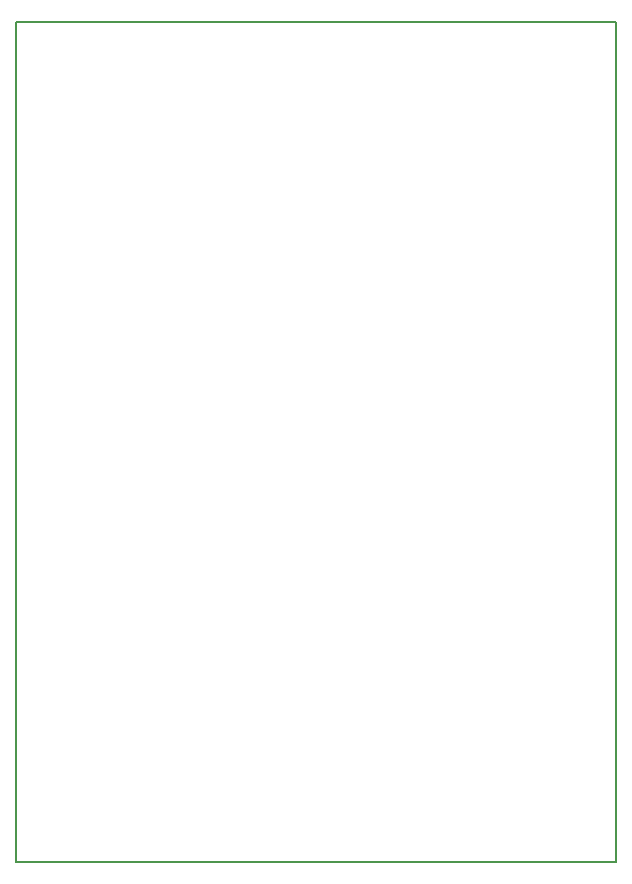
<source format=gbr>
G04 #@! TF.GenerationSoftware,KiCad,Pcbnew,(5.1.2)-1*
G04 #@! TF.CreationDate,2019-06-23T17:44:29+01:00*
G04 #@! TF.ProjectId,daq,6461712e-6b69-4636-9164-5f7063625858,rev?*
G04 #@! TF.SameCoordinates,Original*
G04 #@! TF.FileFunction,Profile,NP*
%FSLAX46Y46*%
G04 Gerber Fmt 4.6, Leading zero omitted, Abs format (unit mm)*
G04 Created by KiCad (PCBNEW (5.1.2)-1) date 2019-06-23 17:44:29*
%MOMM*%
%LPD*%
G04 APERTURE LIST*
%ADD10C,0.150000*%
G04 APERTURE END LIST*
D10*
X55880000Y-177800000D02*
X55880000Y-106680000D01*
X106680000Y-106680000D02*
X106680000Y-177800000D01*
X55880000Y-106680000D02*
X106680000Y-106680000D01*
X106680000Y-177800000D02*
X55880000Y-177800000D01*
M02*

</source>
